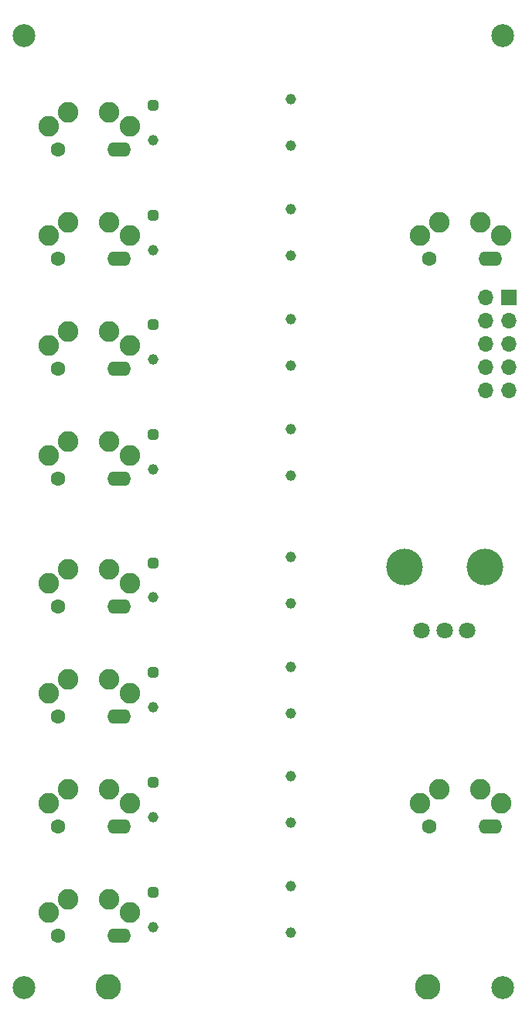
<source format=gbr>
%TF.GenerationSoftware,KiCad,Pcbnew,(6.0.1)*%
%TF.CreationDate,2023-02-18T17:41:42-08:00*%
%TF.ProjectId,pipes,70697065-732e-46b6-9963-61645f706362,rev?*%
%TF.SameCoordinates,Original*%
%TF.FileFunction,Soldermask,Top*%
%TF.FilePolarity,Negative*%
%FSLAX46Y46*%
G04 Gerber Fmt 4.6, Leading zero omitted, Abs format (unit mm)*
G04 Created by KiCad (PCBNEW (6.0.1)) date 2023-02-18 17:41:42*
%MOMM*%
%LPD*%
G01*
G04 APERTURE LIST*
G04 Aperture macros list*
%AMRoundRect*
0 Rectangle with rounded corners*
0 $1 Rounding radius*
0 $2 $3 $4 $5 $6 $7 $8 $9 X,Y pos of 4 corners*
0 Add a 4 corners polygon primitive as box body*
4,1,4,$2,$3,$4,$5,$6,$7,$8,$9,$2,$3,0*
0 Add four circle primitives for the rounded corners*
1,1,$1+$1,$2,$3*
1,1,$1+$1,$4,$5*
1,1,$1+$1,$6,$7*
1,1,$1+$1,$8,$9*
0 Add four rect primitives between the rounded corners*
20,1,$1+$1,$2,$3,$4,$5,0*
20,1,$1+$1,$4,$5,$6,$7,0*
20,1,$1+$1,$6,$7,$8,$9,0*
20,1,$1+$1,$8,$9,$2,$3,0*%
G04 Aperture macros list end*
%ADD10RoundRect,0.287500X-0.287500X-0.287500X0.287500X-0.287500X0.287500X0.287500X-0.287500X0.287500X0*%
%ADD11C,1.150000*%
%ADD12C,2.500000*%
%ADD13C,4.000000*%
%ADD14C,1.800000*%
%ADD15C,2.250000*%
%ADD16O,2.600000X1.600000*%
%ADD17C,1.600000*%
%ADD18C,2.800000*%
%ADD19R,1.700000X1.700000*%
%ADD20O,1.700000X1.700000*%
G04 APERTURE END LIST*
D10*
%TO.C,U26*%
X58170000Y-124600000D03*
D11*
X58170000Y-128400000D03*
X73170000Y-123960000D03*
X73170000Y-129040000D03*
%TD*%
D12*
%TO.C,H2*%
X96400000Y-43000000D03*
%TD*%
D10*
%TO.C,U27*%
X58170000Y-86600000D03*
D11*
X58170000Y-90400000D03*
X73170000Y-85960000D03*
X73170000Y-91040000D03*
%TD*%
D10*
%TO.C,U21*%
X58170000Y-74600000D03*
D11*
X58170000Y-78400000D03*
X73170000Y-73960000D03*
X73170000Y-79040000D03*
%TD*%
D10*
%TO.C,U22*%
X58170000Y-50600000D03*
D11*
X58170000Y-54400000D03*
X73170000Y-49960000D03*
X73170000Y-55040000D03*
%TD*%
D13*
%TO.C,RV1*%
X94420000Y-101030000D03*
X85620000Y-101030000D03*
D14*
X92520000Y-108030000D03*
X90020000Y-108030000D03*
X87520000Y-108030000D03*
%TD*%
D10*
%TO.C,U20*%
X58170000Y-112600000D03*
D11*
X58170000Y-116400000D03*
X73170000Y-111960000D03*
X73170000Y-117040000D03*
%TD*%
D15*
%TO.C,J9*%
X46670000Y-88850000D03*
X55570000Y-88850000D03*
X48820000Y-87350000D03*
X53270000Y-87350000D03*
D16*
X54410000Y-91400000D03*
D17*
X47730000Y-91400000D03*
%TD*%
D10*
%TO.C,U28*%
X58170000Y-62600000D03*
D11*
X58170000Y-66400000D03*
X73170000Y-61960000D03*
X73170000Y-67040000D03*
%TD*%
D12*
%TO.C,H1*%
X44000000Y-43000000D03*
%TD*%
D10*
%TO.C,U33*%
X58170000Y-100600000D03*
D11*
X58170000Y-104400000D03*
X73170000Y-99960000D03*
X73170000Y-105040000D03*
%TD*%
D12*
%TO.C,H3*%
X96400000Y-147000000D03*
%TD*%
D10*
%TO.C,U32*%
X58170000Y-136600000D03*
D11*
X58170000Y-140400000D03*
X73170000Y-135960000D03*
X73170000Y-141040000D03*
%TD*%
D15*
%TO.C,J7*%
X46670000Y-52850000D03*
X55570000Y-52850000D03*
X48820000Y-51350000D03*
X53270000Y-51350000D03*
D16*
X54410000Y-55400000D03*
D17*
X47730000Y-55400000D03*
%TD*%
D12*
%TO.C,H4*%
X44000000Y-147000000D03*
%TD*%
D15*
%TO.C,J12*%
X46670000Y-102850000D03*
X55570000Y-102850000D03*
X48820000Y-101350000D03*
X53270000Y-101350000D03*
D16*
X54410000Y-105400000D03*
D17*
X47730000Y-105400000D03*
%TD*%
D15*
%TO.C,J5*%
X46670000Y-114850000D03*
X55570000Y-114850000D03*
X48820000Y-113350000D03*
X53270000Y-113350000D03*
D16*
X54410000Y-117400000D03*
D17*
X47730000Y-117400000D03*
%TD*%
D15*
%TO.C,J10*%
X46670000Y-64850000D03*
X55570000Y-64850000D03*
X48820000Y-63350000D03*
X53270000Y-63350000D03*
D16*
X54410000Y-67400000D03*
D17*
X47730000Y-67400000D03*
%TD*%
D15*
%TO.C,J4*%
X87320000Y-126850000D03*
X96220000Y-126850000D03*
X89470000Y-125350000D03*
X93920000Y-125350000D03*
D16*
X95060000Y-129400000D03*
D17*
X88380000Y-129400000D03*
%TD*%
D15*
%TO.C,J11*%
X46670000Y-138850000D03*
X55570000Y-138850000D03*
X48820000Y-137350000D03*
X53270000Y-137350000D03*
D16*
X54410000Y-141400000D03*
D17*
X47730000Y-141400000D03*
%TD*%
D15*
%TO.C,J1*%
X87320000Y-64850000D03*
X96220000Y-64850000D03*
X89470000Y-63350000D03*
X93920000Y-63350000D03*
D16*
X95060000Y-67400000D03*
D17*
X88380000Y-67400000D03*
%TD*%
D15*
%TO.C,J8*%
X46670000Y-126850000D03*
X55570000Y-126850000D03*
X48820000Y-125350000D03*
X53270000Y-125350000D03*
D16*
X54410000Y-129400000D03*
D17*
X47730000Y-129400000D03*
%TD*%
D15*
%TO.C,J6*%
X46670000Y-76850000D03*
X55570000Y-76850000D03*
X48820000Y-75350000D03*
X53270000Y-75350000D03*
D16*
X54410000Y-79400000D03*
D17*
X47730000Y-79400000D03*
%TD*%
D18*
%TO.C,TP1*%
X88170000Y-146950000D03*
%TD*%
%TO.C,TP2*%
X53230000Y-146950000D03*
%TD*%
D19*
%TO.C,J2*%
X97085000Y-71635000D03*
D20*
X94545000Y-71635000D03*
X97085000Y-74175000D03*
X94545000Y-74175000D03*
X97085000Y-76715000D03*
X94545000Y-76715000D03*
X97085000Y-79255000D03*
X94545000Y-79255000D03*
X97085000Y-81795000D03*
X94545000Y-81795000D03*
%TD*%
M02*

</source>
